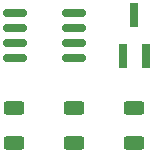
<source format=gbr>
%TF.GenerationSoftware,KiCad,Pcbnew,6.0.7-f9a2dced07~116~ubuntu20.04.1*%
%TF.CreationDate,2022-08-13T13:29:47-04:00*%
%TF.ProjectId,mask_mill,6d61736b-5f6d-4696-9c6c-2e6b69636164,rev?*%
%TF.SameCoordinates,Original*%
%TF.FileFunction,Soldermask,Top*%
%TF.FilePolarity,Negative*%
%FSLAX46Y46*%
G04 Gerber Fmt 4.6, Leading zero omitted, Abs format (unit mm)*
G04 Created by KiCad (PCBNEW 6.0.7-f9a2dced07~116~ubuntu20.04.1) date 2022-08-13 13:29:47*
%MOMM*%
%LPD*%
G01*
G04 APERTURE LIST*
G04 Aperture macros list*
%AMRoundRect*
0 Rectangle with rounded corners*
0 $1 Rounding radius*
0 $2 $3 $4 $5 $6 $7 $8 $9 X,Y pos of 4 corners*
0 Add a 4 corners polygon primitive as box body*
4,1,4,$2,$3,$4,$5,$6,$7,$8,$9,$2,$3,0*
0 Add four circle primitives for the rounded corners*
1,1,$1+$1,$2,$3*
1,1,$1+$1,$4,$5*
1,1,$1+$1,$6,$7*
1,1,$1+$1,$8,$9*
0 Add four rect primitives between the rounded corners*
20,1,$1+$1,$2,$3,$4,$5,0*
20,1,$1+$1,$4,$5,$6,$7,0*
20,1,$1+$1,$6,$7,$8,$9,0*
20,1,$1+$1,$8,$9,$2,$3,0*%
G04 Aperture macros list end*
%ADD10R,0.650000X2.000000*%
%ADD11RoundRect,0.150000X-0.825000X-0.150000X0.825000X-0.150000X0.825000X0.150000X-0.825000X0.150000X0*%
%ADD12RoundRect,0.250000X0.625000X-0.312500X0.625000X0.312500X-0.625000X0.312500X-0.625000X-0.312500X0*%
G04 APERTURE END LIST*
D10*
%TO.C,REF\u002A\u002A*%
X136210000Y-80450000D03*
X138110000Y-80450000D03*
X137160000Y-77030000D03*
%TD*%
D11*
%TO.C,REF\u002A\u002A*%
X127065000Y-76835000D03*
X127065000Y-78105000D03*
X127065000Y-79375000D03*
X127065000Y-80645000D03*
X132015000Y-80645000D03*
X132015000Y-79375000D03*
X132015000Y-78105000D03*
X132015000Y-76835000D03*
%TD*%
D12*
%TO.C,REF\u002A\u002A*%
X137160000Y-87822500D03*
X137160000Y-84897500D03*
%TD*%
%TO.C,REF\u002A\u002A*%
X132080000Y-87822500D03*
X132080000Y-84897500D03*
%TD*%
%TO.C,REF\u002A\u002A*%
X127000000Y-87822500D03*
X127000000Y-84897500D03*
%TD*%
M02*

</source>
